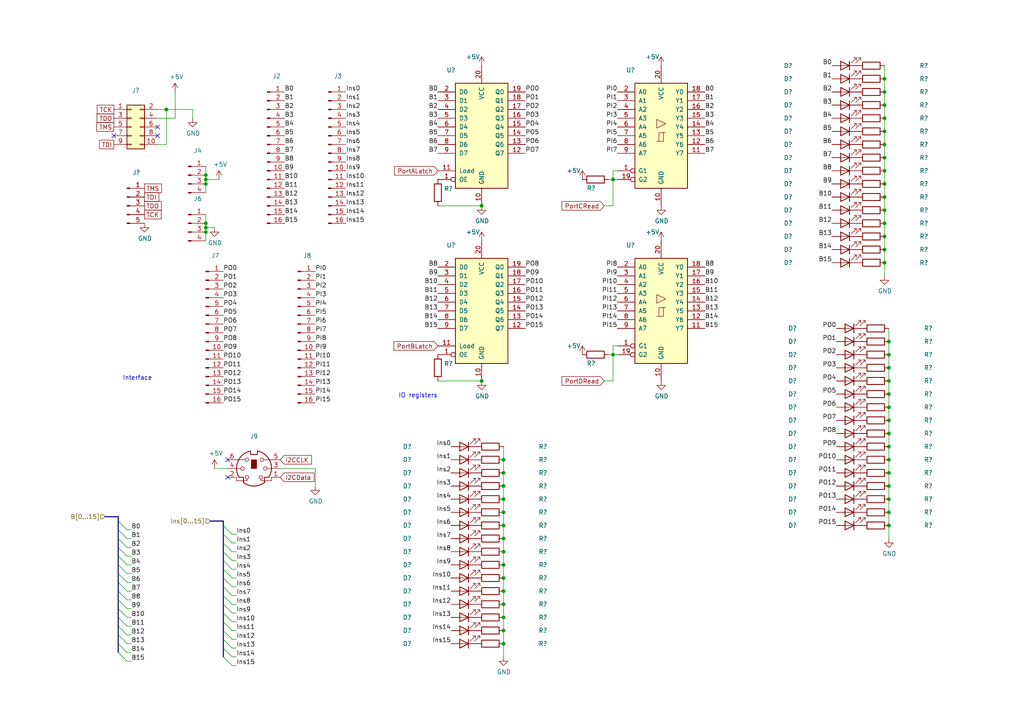
<source format=kicad_sch>
(kicad_sch (version 20211123) (generator eeschema)
  (paper "A4")
  (lib_symbols
    (symbol "74xx:74LS541" (pin_names (offset 1.016))
      (property "Reference" "U" (at -7.62 16.51 0))
      (property "Value" "74LS541" (at -7.62 -16.51 0))
      (symbol "74LS541_1_0"
        (pin input inverted (at -12.7 -10.16 0) (length 5.08) (name "G1") (number "1"))
        (pin power_in line (at 0 -20.32 90) (length 5.08) (name "GND") (number "10"))
        (pin tri_state line (at 12.7 -5.08 180) (length 5.08) (name "Y7") (number "11"))
        (pin tri_state line (at 12.7 -2.54 180) (length 5.08) (name "Y6") (number "12"))
        (pin tri_state line (at 12.7 0 180) (length 5.08) (name "Y5") (number "13"))
        (pin tri_state line (at 12.7 2.54 180) (length 5.08) (name "Y4") (number "14"))
        (pin tri_state line (at 12.7 5.08 180) (length 5.08) (name "Y3") (number "15"))
        (pin tri_state line (at 12.7 7.62 180) (length 5.08) (name "Y2") (number "16"))
        (pin tri_state line (at 12.7 10.16 180) (length 5.08) (name "Y1") (number "17"))
        (pin tri_state line (at 12.7 12.7 180) (length 5.08) (name "Y0") (number "18"))
        (pin input inverted (at -12.7 -12.7 0) (length 5.08) (name "G2") (number "19"))
        (pin input line (at -12.7 12.7 0) (length 5.08) (name "A0") (number "2"))
        (pin power_in line (at 0 20.32 270) (length 5.08) (name "VCC") (number "20"))
        (pin input line (at -12.7 10.16 0) (length 5.08) (name "A1") (number "3"))
        (pin input line (at -12.7 7.62 0) (length 5.08) (name "A2") (number "4"))
        (pin input line (at -12.7 5.08 0) (length 5.08) (name "A3") (number "5"))
        (pin input line (at -12.7 2.54 0) (length 5.08) (name "A4") (number "6"))
        (pin input line (at -12.7 0 0) (length 5.08) (name "A5") (number "7"))
        (pin input line (at -12.7 -2.54 0) (length 5.08) (name "A6") (number "8"))
        (pin input line (at -12.7 -5.08 0) (length 5.08) (name "A7") (number "9"))
      )
    )
    (symbol "Connector:Conn_01x04_Male" (pin_names (offset 1.016) hide)
      (property "Reference" "J" (at 0 5.08 0))
      (property "Value" "Conn_01x04_Male" (at 0 -7.62 0))
      (symbol "Conn_01x04_Male_1_1"
        (pin passive line (at 5.08 2.54 180) (length 3.81) (name "Pin_1") (number "1"))
        (pin passive line (at 5.08 0 180) (length 3.81) (name "Pin_2") (number "2"))
        (pin passive line (at 5.08 -2.54 180) (length 3.81) (name "Pin_3") (number "3"))
        (pin passive line (at 5.08 -5.08 180) (length 3.81) (name "Pin_4") (number "4"))
      )
    )
    (symbol "Connector:Conn_01x16_Male" (pin_names (offset 1.016) hide)
      (property "Reference" "J" (at 0 20.32 0))
      (property "Value" "Conn_01x16_Male" (at 0 -22.86 0))
      (symbol "Conn_01x16_Male_1_1"
        (pin passive line (at 5.08 17.78 180) (length 3.81) (name "Pin_1") (number "1"))
        (pin passive line (at 5.08 -5.08 180) (length 3.81) (name "Pin_10") (number "10"))
        (pin passive line (at 5.08 -7.62 180) (length 3.81) (name "Pin_11") (number "11"))
        (pin passive line (at 5.08 -10.16 180) (length 3.81) (name "Pin_12") (number "12"))
        (pin passive line (at 5.08 -12.7 180) (length 3.81) (name "Pin_13") (number "13"))
        (pin passive line (at 5.08 -15.24 180) (length 3.81) (name "Pin_14") (number "14"))
        (pin passive line (at 5.08 -17.78 180) (length 3.81) (name "Pin_15") (number "15"))
        (pin passive line (at 5.08 -20.32 180) (length 3.81) (name "Pin_16") (number "16"))
        (pin passive line (at 5.08 15.24 180) (length 3.81) (name "Pin_2") (number "2"))
        (pin passive line (at 5.08 12.7 180) (length 3.81) (name "Pin_3") (number "3"))
        (pin passive line (at 5.08 10.16 180) (length 3.81) (name "Pin_4") (number "4"))
        (pin passive line (at 5.08 7.62 180) (length 3.81) (name "Pin_5") (number "5"))
        (pin passive line (at 5.08 5.08 180) (length 3.81) (name "Pin_6") (number "6"))
        (pin passive line (at 5.08 2.54 180) (length 3.81) (name "Pin_7") (number "7"))
        (pin passive line (at 5.08 0 180) (length 3.81) (name "Pin_8") (number "8"))
        (pin passive line (at 5.08 -2.54 180) (length 3.81) (name "Pin_9") (number "9"))
      )
    )
    (symbol "Connector:Mini-DIN-6" (pin_names (offset 1.016))
      (property "Reference" "J" (at 0 6.35 0))
      (property "Value" "Mini-DIN-6" (at 0 -6.35 0))
      (symbol "Mini-DIN-6_1_1"
        (pin passive line (at 7.62 -2.54 180) (length 2.54) (name "~") (number "1"))
        (pin passive line (at -7.62 -2.54 0) (length 2.54) (name "~") (number "2"))
        (pin passive line (at 7.62 0 180) (length 2.54) (name "~") (number "3"))
        (pin passive line (at -7.62 0 0) (length 2.54) (name "~") (number "4"))
        (pin passive line (at 7.62 2.54 180) (length 2.54) (name "~") (number "5"))
        (pin passive line (at -7.62 2.54 0) (length 2.54) (name "~") (number "6"))
      )
    )
    (symbol "Device:LED" (pin_numbers hide) (pin_names (offset 1.016) hide)
      (property "Reference" "D" (at 0 2.54 0))
      (property "Value" "LED" (at 0 -2.54 0))
      (symbol "LED_1_1"
        (pin passive line (at -3.81 0 0) (length 2.54) (name "K") (number "1"))
        (pin passive line (at 3.81 0 180) (length 2.54) (name "A") (number "2"))
      )
    )
    (symbol "Device:R" (pin_numbers hide) (pin_names (offset 0))
      (property "Reference" "R" (at 2.032 0 90))
      (property "Value" "R" (at 0 0 90))
      (symbol "R_1_1"
        (pin passive line (at 0 3.81 270) (length 1.27) (name "~") (number "1"))
        (pin passive line (at 0 -3.81 90) (length 1.27) (name "~") (number "2"))
      )
    )
    (symbol "MAX7000CPU-Gen2_5-rescue:+5V-power-MAX7000CPU-Gen2-rescue" (power) (pin_names (offset 0))
      (property "Value" "+5V-power-MAX7000CPU-Gen2-rescue" (at 0 3.556 0))
      (symbol "+5V-power-MAX7000CPU-Gen2-rescue_1_1"
        (pin power_in line (at 0 0 90) (length 0) hide (name "+5V") (number "1"))
      )
    )
    (symbol "MAX7000CPU-Gen2_5-rescue:74LS573-74xx-MAX7000CPU-Gen2-rescue" (pin_names (offset 1.016))
      (property "Reference" "U" (at -7.62 16.51 0))
      (property "Value" "74LS573-74xx-MAX7000CPU-Gen2-rescue" (at -7.62 -16.51 0))
      (symbol "74LS573-74xx-MAX7000CPU-Gen2-rescue_1_0"
        (pin input inverted (at -12.7 -12.7 0) (length 5.08) (name "OE") (number "1"))
        (pin power_in line (at 0 -20.32 90) (length 5.08) (name "GND") (number "10"))
        (pin input line (at -12.7 -10.16 0) (length 5.08) (name "Load") (number "11"))
        (pin tri_state line (at 12.7 -5.08 180) (length 5.08) (name "Q7") (number "12"))
        (pin tri_state line (at 12.7 -2.54 180) (length 5.08) (name "Q6") (number "13"))
        (pin tri_state line (at 12.7 0 180) (length 5.08) (name "Q5") (number "14"))
        (pin tri_state line (at 12.7 2.54 180) (length 5.08) (name "Q4") (number "15"))
        (pin tri_state line (at 12.7 5.08 180) (length 5.08) (name "Q3") (number "16"))
        (pin tri_state line (at 12.7 7.62 180) (length 5.08) (name "Q2") (number "17"))
        (pin tri_state line (at 12.7 10.16 180) (length 5.08) (name "Q1") (number "18"))
        (pin tri_state line (at 12.7 12.7 180) (length 5.08) (name "Q0") (number "19"))
        (pin input line (at -12.7 12.7 0) (length 5.08) (name "D0") (number "2"))
        (pin power_in line (at 0 20.32 270) (length 5.08) (name "VCC") (number "20"))
        (pin input line (at -12.7 10.16 0) (length 5.08) (name "D1") (number "3"))
        (pin input line (at -12.7 7.62 0) (length 5.08) (name "D2") (number "4"))
        (pin input line (at -12.7 5.08 0) (length 5.08) (name "D3") (number "5"))
        (pin input line (at -12.7 2.54 0) (length 5.08) (name "D4") (number "6"))
        (pin input line (at -12.7 0 0) (length 5.08) (name "D5") (number "7"))
        (pin input line (at -12.7 -2.54 0) (length 5.08) (name "D6") (number "8"))
        (pin input line (at -12.7 -5.08 0) (length 5.08) (name "D7") (number "9"))
      )
    )
    (symbol "MAX7000CPU-Gen2_5-rescue:Conn_01x05_Male-Connector-MAX7000CPU-Gen2-rescue" (pin_names (offset 1.016) hide)
      (property "Reference" "J" (at 0 7.62 0))
      (property "Value" "Conn_01x05_Male-Connector-MAX7000CPU-Gen2-rescue" (at 0 -7.62 0))
      (symbol "Conn_01x05_Male-Connector-MAX7000CPU-Gen2-rescue_1_1"
        (pin passive line (at 5.08 5.08 180) (length 3.81) (name "Pin_1") (number "1"))
        (pin passive line (at 5.08 2.54 180) (length 3.81) (name "Pin_2") (number "2"))
        (pin passive line (at 5.08 0 180) (length 3.81) (name "Pin_3") (number "3"))
        (pin passive line (at 5.08 -2.54 180) (length 3.81) (name "Pin_4") (number "4"))
        (pin passive line (at 5.08 -5.08 180) (length 3.81) (name "Pin_5") (number "5"))
      )
    )
    (symbol "MAX7000CPU-Gen2_5-rescue:Conn_02x05_Odd_Even-Connector_Generic-MAX7000CPU-Gen2-rescue" (pin_names (offset 1.016) hide)
      (property "Reference" "J" (at 1.27 7.62 0))
      (property "Value" "Conn_02x05_Odd_Even-Connector_Generic-MAX7000CPU-Gen2-rescue" (at 1.27 -7.62 0))
      (symbol "Conn_02x05_Odd_Even-Connector_Generic-MAX7000CPU-Gen2-rescue_1_1"
        (pin passive line (at -5.08 5.08 0) (length 3.81) (name "Pin_1") (number "1"))
        (pin passive line (at 7.62 -5.08 180) (length 3.81) (name "Pin_10") (number "10"))
        (pin passive line (at 7.62 5.08 180) (length 3.81) (name "Pin_2") (number "2"))
        (pin passive line (at -5.08 2.54 0) (length 3.81) (name "Pin_3") (number "3"))
        (pin passive line (at 7.62 2.54 180) (length 3.81) (name "Pin_4") (number "4"))
        (pin passive line (at -5.08 0 0) (length 3.81) (name "Pin_5") (number "5"))
        (pin passive line (at 7.62 0 180) (length 3.81) (name "Pin_6") (number "6"))
        (pin passive line (at -5.08 -2.54 0) (length 3.81) (name "Pin_7") (number "7"))
        (pin passive line (at 7.62 -2.54 180) (length 3.81) (name "Pin_8") (number "8"))
        (pin passive line (at -5.08 -5.08 0) (length 3.81) (name "Pin_9") (number "9"))
      )
    )
    (symbol "MAX7000CPU-Gen2_5-rescue:GND-power-MAX7000CPU-Gen2-rescue" (power) (pin_names (offset 0))
      (property "Value" "GND-power-MAX7000CPU-Gen2-rescue" (at 0 -3.81 0))
      (symbol "GND-power-MAX7000CPU-Gen2-rescue_1_1"
        (pin power_in line (at 0 0 270) (length 0) hide (name "GND") (number "1"))
      )
    )
    (symbol "MAX7000CPU-Gen2_5-rescue:R-Device-MAX7000CPU-Gen2-rescue" (pin_numbers hide) (pin_names (offset 0))
      (property "Reference" "R" (at 2.032 0 90))
      (property "Value" "R-Device-MAX7000CPU-Gen2-rescue" (at 0 0 90))
      (symbol "R-Device-MAX7000CPU-Gen2-rescue_1_1"
        (pin passive line (at 0 3.81 270) (length 1.27) (name "~") (number "1"))
        (pin passive line (at 0 -3.81 90) (length 1.27) (name "~") (number "2"))
      )
    )
    (symbol "power:+5V" (power) (pin_names (offset 0))
      (property "Value" "+5V" (at 0 3.556 0))
      (symbol "+5V_1_1"
        (pin power_in line (at 0 0 90) (length 0) hide (name "+5V") (number "1"))
      )
    )
    (symbol "power:GND" (power) (pin_names (offset 0))
      (property "Value" "GND" (at 0 -3.81 0))
      (symbol "GND_1_1"
        (pin power_in line (at 0 0 270) (length 0) hide (name "GND") (number "1"))
      )
    )
  )
  (junction (at 257.81 140.97))
  (junction (at 257.81 148.59))
  (junction (at 257.81 106.68))
  (junction (at 256.54 22.86))
  (junction (at 256.54 57.15))
  (junction (at 256.54 26.67))
  (junction (at 146.05 175.26))
  (junction (at 146.05 186.69))
  (junction (at 146.05 140.97))
  (junction (at 256.54 64.77))
  (junction (at 177.8 102.87))
  (junction (at 146.05 148.59))
  (junction (at 59.69 66.04))
  (junction (at 257.81 137.16))
  (junction (at 257.81 102.87))
  (junction (at 256.54 53.34))
  (junction (at 257.81 114.3))
  (junction (at 146.05 171.45))
  (junction (at 146.05 163.83))
  (junction (at 257.81 144.78))
  (junction (at 256.54 76.2))
  (junction (at 139.7 59.69))
  (junction (at 256.54 45.72))
  (junction (at 146.05 167.64))
  (junction (at 256.54 30.48))
  (junction (at 256.54 34.29))
  (junction (at 146.05 156.21))
  (junction (at 146.05 152.4))
  (junction (at 146.05 137.16))
  (junction (at 257.81 129.54))
  (junction (at 146.05 179.07))
  (junction (at 256.54 68.58))
  (junction (at 256.54 72.39))
  (junction (at 139.7 110.49))
  (junction (at 146.05 160.02))
  (junction (at 59.69 64.77))
  (junction (at 256.54 41.91))
  (junction (at 59.69 53.34))
  (junction (at 146.05 144.78))
  (junction (at 256.54 38.1))
  (junction (at 257.81 152.4))
  (junction (at 177.8 52.07))
  (junction (at 59.69 52.07))
  (junction (at 257.81 133.35))
  (junction (at 257.81 121.92))
  (junction (at 146.05 182.88))
  (junction (at 257.81 110.49))
  (junction (at 256.54 49.53))
  (junction (at 59.69 50.8))
  (junction (at 257.81 99.06))
  (junction (at 48.26 31.75))
  (junction (at 256.54 60.96))
  (junction (at 59.69 67.31))
  (junction (at 257.81 118.11))
  (junction (at 257.81 125.73))
  (junction (at 146.05 133.35))
  (no_connect (at 45.72 39.37))
  (no_connect (at 66.04 133.35))
  (no_connect (at 66.04 138.43))
  (no_connect (at 45.72 36.83))
  (no_connect (at 33.02 39.37))
  (bus_entry (at 64.77 167.64) (size 2.54 2.54))
  (bus_entry (at 64.77 172.72) (size 2.54 2.54))
  (bus_entry (at 34.29 163.83) (size 2.54 2.54))
  (bus_entry (at 34.29 181.61) (size 2.54 2.54))
  (bus_entry (at 64.77 165.1) (size 2.54 2.54))
  (bus_entry (at 34.29 156.21) (size 2.54 2.54))
  (bus_entry (at 34.29 153.67) (size 2.54 2.54))
  (bus_entry (at 64.77 154.94) (size 2.54 2.54))
  (bus_entry (at 34.29 161.29) (size 2.54 2.54))
  (bus_entry (at 34.29 189.23) (size 2.54 2.54))
  (bus_entry (at 64.77 177.8) (size 2.54 2.54))
  (bus_entry (at 34.29 158.75) (size 2.54 2.54))
  (bus_entry (at 64.77 152.4) (size 2.54 2.54))
  (bus_entry (at 34.29 168.91) (size 2.54 2.54))
  (bus_entry (at 64.77 162.56) (size 2.54 2.54))
  (bus_entry (at 34.29 166.37) (size 2.54 2.54))
  (bus_entry (at 64.77 180.34) (size 2.54 2.54))
  (bus_entry (at 34.29 151.13) (size 2.54 2.54))
  (bus_entry (at 34.29 186.69) (size 2.54 2.54))
  (bus_entry (at 34.29 173.99) (size 2.54 2.54))
  (bus_entry (at 64.77 187.96) (size 2.54 2.54))
  (bus_entry (at 64.77 190.5) (size 2.54 2.54))
  (bus_entry (at 64.77 160.02) (size 2.54 2.54))
  (bus_entry (at 64.77 185.42) (size 2.54 2.54))
  (bus_entry (at 34.29 179.07) (size 2.54 2.54))
  (bus_entry (at 64.77 157.48) (size 2.54 2.54))
  (bus_entry (at 64.77 182.88) (size 2.54 2.54))
  (bus_entry (at 34.29 184.15) (size 2.54 2.54))
  (bus_entry (at 34.29 176.53) (size 2.54 2.54))
  (bus_entry (at 34.29 171.45) (size 2.54 2.54))
  (bus_entry (at 64.77 170.18) (size 2.54 2.54))
  (bus_entry (at 64.77 175.26) (size 2.54 2.54))
  (wire (pts (xy 177.8 110.49) (xy 175.26 110.49)))
  (wire (pts (xy 67.31 162.56) (xy 68.58 162.56)))
  (wire (pts (xy 66.04 135.89) (xy 62.23 135.89)))
  (wire (pts (xy 179.07 102.87) (xy 177.8 102.87)))
  (wire (pts (xy 177.8 49.53) (xy 179.07 49.53)))
  (wire (pts (xy 36.83 153.67) (xy 38.1 153.67)))
  (bus (pts (xy 34.29 156.21) (xy 34.29 158.75)))
  (wire (pts (xy 59.69 67.31) (xy 59.69 69.85)))
  (wire (pts (xy 139.7 110.49) (xy 127 110.49)))
  (wire (pts (xy 146.05 129.54) (xy 146.05 133.35)))
  (bus (pts (xy 34.29 153.67) (xy 34.29 156.21)))
  (wire (pts (xy 146.05 160.02) (xy 146.05 163.83)))
  (wire (pts (xy 177.8 52.07) (xy 177.8 49.53)))
  (bus (pts (xy 34.29 161.29) (xy 34.29 163.83)))
  (wire (pts (xy 59.69 64.77) (xy 59.69 66.04)))
  (wire (pts (xy 177.8 102.87) (xy 177.8 110.49)))
  (wire (pts (xy 256.54 19.05) (xy 256.54 22.86)))
  (wire (pts (xy 256.54 72.39) (xy 256.54 76.2)))
  (wire (pts (xy 36.83 181.61) (xy 38.1 181.61)))
  (bus (pts (xy 64.77 157.48) (xy 64.77 160.02)))
  (wire (pts (xy 81.28 135.89) (xy 91.44 135.89)))
  (wire (pts (xy 36.83 171.45) (xy 38.1 171.45)))
  (wire (pts (xy 146.05 137.16) (xy 146.05 140.97)))
  (wire (pts (xy 67.31 180.34) (xy 68.58 180.34)))
  (wire (pts (xy 50.8 34.29) (xy 50.8 26.67)))
  (wire (pts (xy 59.69 50.8) (xy 59.69 48.26)))
  (bus (pts (xy 34.29 184.15) (xy 34.29 186.69)))
  (wire (pts (xy 67.31 172.72) (xy 68.58 172.72)))
  (bus (pts (xy 64.77 165.1) (xy 64.77 167.64)))
  (wire (pts (xy 256.54 53.34) (xy 256.54 57.15)))
  (bus (pts (xy 64.77 167.64) (xy 64.77 170.18)))
  (bus (pts (xy 64.77 151.13) (xy 64.77 152.4)))
  (bus (pts (xy 64.77 172.72) (xy 64.77 175.26)))
  (wire (pts (xy 55.88 31.75) (xy 55.88 34.29)))
  (wire (pts (xy 257.81 99.06) (xy 257.81 102.87)))
  (wire (pts (xy 59.69 55.88) (xy 59.69 53.34)))
  (wire (pts (xy 91.44 135.89) (xy 91.44 140.97)))
  (bus (pts (xy 64.77 170.18) (xy 64.77 172.72)))
  (bus (pts (xy 30.48 149.86) (xy 34.29 149.86)))
  (bus (pts (xy 34.29 149.86) (xy 34.29 151.13)))
  (wire (pts (xy 67.31 177.8) (xy 68.58 177.8)))
  (wire (pts (xy 36.83 156.21) (xy 38.1 156.21)))
  (bus (pts (xy 64.77 154.94) (xy 64.77 157.48)))
  (bus (pts (xy 34.29 163.83) (xy 34.29 166.37)))
  (wire (pts (xy 59.69 52.07) (xy 63.5 52.07)))
  (wire (pts (xy 146.05 133.35) (xy 146.05 137.16)))
  (wire (pts (xy 67.31 160.02) (xy 68.58 160.02)))
  (wire (pts (xy 36.83 168.91) (xy 38.1 168.91)))
  (wire (pts (xy 59.69 62.23) (xy 59.69 64.77)))
  (wire (pts (xy 146.05 171.45) (xy 146.05 175.26)))
  (bus (pts (xy 34.29 176.53) (xy 34.29 179.07)))
  (wire (pts (xy 146.05 152.4) (xy 146.05 156.21)))
  (bus (pts (xy 64.77 185.42) (xy 64.77 187.96)))
  (wire (pts (xy 256.54 34.29) (xy 256.54 38.1)))
  (wire (pts (xy 256.54 57.15) (xy 256.54 60.96)))
  (bus (pts (xy 60.96 151.13) (xy 64.77 151.13)))
  (bus (pts (xy 64.77 175.26) (xy 64.77 177.8)))
  (wire (pts (xy 67.31 175.26) (xy 68.58 175.26)))
  (wire (pts (xy 146.05 179.07) (xy 146.05 182.88)))
  (wire (pts (xy 48.26 31.75) (xy 55.88 31.75)))
  (wire (pts (xy 256.54 49.53) (xy 256.54 53.34)))
  (wire (pts (xy 36.83 161.29) (xy 38.1 161.29)))
  (wire (pts (xy 59.69 52.07) (xy 59.69 50.8)))
  (wire (pts (xy 257.81 95.25) (xy 257.81 99.06)))
  (bus (pts (xy 34.29 179.07) (xy 34.29 181.61)))
  (wire (pts (xy 256.54 60.96) (xy 256.54 64.77)))
  (wire (pts (xy 36.83 163.83) (xy 38.1 163.83)))
  (wire (pts (xy 146.05 144.78) (xy 146.05 148.59)))
  (wire (pts (xy 177.8 102.87) (xy 177.8 100.33)))
  (wire (pts (xy 256.54 38.1) (xy 256.54 41.91)))
  (wire (pts (xy 36.83 184.15) (xy 38.1 184.15)))
  (wire (pts (xy 257.81 125.73) (xy 257.81 129.54)))
  (wire (pts (xy 36.83 166.37) (xy 38.1 166.37)))
  (wire (pts (xy 146.05 140.97) (xy 146.05 144.78)))
  (wire (pts (xy 256.54 68.58) (xy 256.54 72.39)))
  (bus (pts (xy 64.77 162.56) (xy 64.77 165.1)))
  (wire (pts (xy 257.81 144.78) (xy 257.81 148.59)))
  (wire (pts (xy 257.81 106.68) (xy 257.81 110.49)))
  (bus (pts (xy 64.77 180.34) (xy 64.77 182.88)))
  (wire (pts (xy 257.81 129.54) (xy 257.81 133.35)))
  (wire (pts (xy 256.54 64.77) (xy 256.54 68.58)))
  (bus (pts (xy 34.29 168.91) (xy 34.29 171.45)))
  (wire (pts (xy 45.72 41.91) (xy 48.26 41.91)))
  (wire (pts (xy 256.54 76.2) (xy 256.54 80.01)))
  (wire (pts (xy 67.31 185.42) (xy 68.58 185.42)))
  (wire (pts (xy 257.81 140.97) (xy 257.81 144.78)))
  (bus (pts (xy 64.77 160.02) (xy 64.77 162.56)))
  (wire (pts (xy 36.83 179.07) (xy 38.1 179.07)))
  (wire (pts (xy 179.07 52.07) (xy 177.8 52.07)))
  (bus (pts (xy 34.29 151.13) (xy 34.29 153.67)))
  (bus (pts (xy 64.77 187.96) (xy 64.77 190.5)))
  (wire (pts (xy 257.81 121.92) (xy 257.81 125.73)))
  (wire (pts (xy 36.83 158.75) (xy 38.1 158.75)))
  (wire (pts (xy 146.05 186.69) (xy 146.05 190.5)))
  (wire (pts (xy 67.31 193.04) (xy 68.58 193.04)))
  (bus (pts (xy 34.29 173.99) (xy 34.29 176.53)))
  (wire (pts (xy 177.8 52.07) (xy 177.8 59.69)))
  (wire (pts (xy 67.31 165.1) (xy 68.58 165.1)))
  (wire (pts (xy 45.72 31.75) (xy 48.26 31.75)))
  (wire (pts (xy 36.83 189.23) (xy 38.1 189.23)))
  (wire (pts (xy 146.05 167.64) (xy 146.05 171.45)))
  (wire (pts (xy 256.54 45.72) (xy 256.54 49.53)))
  (wire (pts (xy 256.54 26.67) (xy 256.54 30.48)))
  (wire (pts (xy 36.83 191.77) (xy 38.1 191.77)))
  (wire (pts (xy 257.81 114.3) (xy 257.81 118.11)))
  (bus (pts (xy 34.29 186.69) (xy 34.29 189.23)))
  (wire (pts (xy 36.83 186.69) (xy 38.1 186.69)))
  (wire (pts (xy 146.05 175.26) (xy 146.05 179.07)))
  (wire (pts (xy 59.69 66.04) (xy 59.69 67.31)))
  (wire (pts (xy 177.8 100.33) (xy 179.07 100.33)))
  (bus (pts (xy 34.29 158.75) (xy 34.29 161.29)))
  (wire (pts (xy 36.83 173.99) (xy 38.1 173.99)))
  (wire (pts (xy 177.8 59.69) (xy 175.26 59.69)))
  (wire (pts (xy 257.81 148.59) (xy 257.81 152.4)))
  (wire (pts (xy 45.72 34.29) (xy 50.8 34.29)))
  (bus (pts (xy 34.29 181.61) (xy 34.29 184.15)))
  (wire (pts (xy 177.8 102.87) (xy 176.53 102.87)))
  (wire (pts (xy 67.31 170.18) (xy 68.58 170.18)))
  (wire (pts (xy 257.81 102.87) (xy 257.81 106.68)))
  (wire (pts (xy 256.54 22.86) (xy 256.54 26.67)))
  (wire (pts (xy 48.26 41.91) (xy 48.26 31.75)))
  (wire (pts (xy 67.31 167.64) (xy 68.58 167.64)))
  (bus (pts (xy 34.29 171.45) (xy 34.29 173.99)))
  (wire (pts (xy 67.31 182.88) (xy 68.58 182.88)))
  (wire (pts (xy 139.7 59.69) (xy 127 59.69)))
  (wire (pts (xy 67.31 187.96) (xy 68.58 187.96)))
  (wire (pts (xy 146.05 163.83) (xy 146.05 167.64)))
  (wire (pts (xy 256.54 30.48) (xy 256.54 34.29)))
  (bus (pts (xy 64.77 182.88) (xy 64.77 185.42)))
  (wire (pts (xy 36.83 176.53) (xy 38.1 176.53)))
  (wire (pts (xy 257.81 110.49) (xy 257.81 114.3)))
  (bus (pts (xy 64.77 177.8) (xy 64.77 180.34)))
  (wire (pts (xy 146.05 182.88) (xy 146.05 186.69)))
  (wire (pts (xy 67.31 154.94) (xy 68.58 154.94)))
  (wire (pts (xy 257.81 152.4) (xy 257.81 156.21)))
  (wire (pts (xy 146.05 156.21) (xy 146.05 160.02)))
  (wire (pts (xy 257.81 118.11) (xy 257.81 121.92)))
  (wire (pts (xy 67.31 157.48) (xy 68.58 157.48)))
  (bus (pts (xy 34.29 166.37) (xy 34.29 168.91)))
  (wire (pts (xy 146.05 148.59) (xy 146.05 152.4)))
  (wire (pts (xy 257.81 137.16) (xy 257.81 140.97)))
  (bus (pts (xy 64.77 152.4) (xy 64.77 154.94)))
  (wire (pts (xy 177.8 52.07) (xy 176.53 52.07)))
  (wire (pts (xy 59.69 53.34) (xy 59.69 52.07)))
  (wire (pts (xy 257.81 133.35) (xy 257.81 137.16)))
  (wire (pts (xy 59.69 66.04) (xy 62.23 66.04)))
  (wire (pts (xy 67.31 190.5) (xy 68.58 190.5)))
  (wire (pts (xy 256.54 41.91) (xy 256.54 45.72)))
  (text "Interface" (at 35.56 110.49 0) (effects (font (size 1.27 1.27)) (justify left bottom)))
  (text "IO registers\n" (at 115.57 115.57 0) (effects (font (size 1.27 1.27)) (justify left bottom)))
  (label "B4" (at 204.47 36.83 0))
  (label "B15" (at 127 95.25 180))
  (label "PO13" (at 152.4 90.17 0))
  (label "PI1" (at 91.44 81.28 0))
  (label "B7" (at 204.47 44.45 0))
  (label "PO9" (at 152.4 80.01 0))
  (label "B1" (at 127 29.21 180))
  (label "B15" (at 38.1 191.77 0))
  (label "PI8" (at 91.44 99.06 0))
  (label "PI4" (at 91.44 88.9 0))
  (label "PO13" (at 242.57 144.78 180))
  (label "B10" (at 82.55 52.07 0))
  (label "Ins15" (at 68.58 193.04 0))
  (label "B4" (at 82.55 36.83 0))
  (label "B0" (at 82.55 26.67 0))
  (label "B2" (at 241.3 26.67 180))
  (label "PI15" (at 179.07 95.25 180))
  (label "B8" (at 241.3 49.53 180))
  (label "Ins10" (at 100.33 52.07 0))
  (label "B14" (at 241.3 72.39 180))
  (label "B13" (at 127 90.17 180))
  (label "Ins15" (at 100.33 64.77 0))
  (label "Ins3" (at 68.58 162.56 0))
  (label "Ins6" (at 130.81 152.4 180))
  (label "PO11" (at 152.4 85.09 0))
  (label "B2" (at 127 31.75 180))
  (label "B7" (at 38.1 171.45 0))
  (label "B1" (at 38.1 156.21 0))
  (label "PI10" (at 91.44 104.14 0))
  (label "B3" (at 82.55 34.29 0))
  (label "B12" (at 38.1 184.15 0))
  (label "Ins2" (at 68.58 160.02 0))
  (label "Ins3" (at 100.33 34.29 0))
  (label "PO2" (at 242.57 102.87 180))
  (label "PO9" (at 64.77 101.6 0))
  (label "B5" (at 241.3 38.1 180))
  (label "Ins11" (at 130.81 171.45 180))
  (label "Ins6" (at 68.58 170.18 0))
  (label "B12" (at 127 87.63 180))
  (label "Ins6" (at 100.33 41.91 0))
  (label "B11" (at 127 85.09 180))
  (label "Ins4" (at 100.33 36.83 0))
  (label "B14" (at 38.1 189.23 0))
  (label "PO4" (at 64.77 88.9 0))
  (label "PO10" (at 242.57 133.35 180))
  (label "B0" (at 38.1 153.67 0))
  (label "PO1" (at 242.57 99.06 180))
  (label "B2" (at 82.55 31.75 0))
  (label "B14" (at 82.55 62.23 0))
  (label "Ins12" (at 68.58 185.42 0))
  (label "PI6" (at 179.07 41.91 180))
  (label "PI13" (at 179.07 90.17 180))
  (label "B1" (at 204.47 29.21 0))
  (label "Ins11" (at 100.33 54.61 0))
  (label "PO12" (at 64.77 109.22 0))
  (label "PI5" (at 179.07 39.37 180))
  (label "PI8" (at 179.07 77.47 180))
  (label "B5" (at 127 39.37 180))
  (label "B6" (at 38.1 168.91 0))
  (label "PI14" (at 179.07 92.71 180))
  (label "B6" (at 127 41.91 180))
  (label "B3" (at 127 34.29 180))
  (label "PI4" (at 179.07 36.83 180))
  (label "B8" (at 82.55 46.99 0))
  (label "PO3" (at 64.77 86.36 0))
  (label "PI2" (at 91.44 83.82 0))
  (label "B11" (at 82.55 54.61 0))
  (label "B14" (at 204.47 92.71 0))
  (label "PO2" (at 64.77 83.82 0))
  (label "B10" (at 127 82.55 180))
  (label "PO10" (at 64.77 104.14 0))
  (label "B5" (at 82.55 39.37 0))
  (label "B8" (at 127 77.47 180))
  (label "B13" (at 38.1 186.69 0))
  (label "B9" (at 204.47 80.01 0))
  (label "PI0" (at 91.44 78.74 0))
  (label "PO5" (at 152.4 39.37 0))
  (label "Ins5" (at 68.58 167.64 0))
  (label "PO11" (at 64.77 106.68 0))
  (label "B15" (at 241.3 76.2 180))
  (label "B11" (at 204.47 85.09 0))
  (label "PO6" (at 152.4 41.91 0))
  (label "PI3" (at 179.07 34.29 180))
  (label "Ins9" (at 100.33 49.53 0))
  (label "Ins2" (at 100.33 31.75 0))
  (label "B10" (at 241.3 57.15 180))
  (label "PO4" (at 242.57 110.49 180))
  (label "B13" (at 82.55 59.69 0))
  (label "Ins15" (at 130.81 186.69 180))
  (label "B3" (at 204.47 34.29 0))
  (label "B0" (at 241.3 19.05 180))
  (label "PO15" (at 152.4 95.25 0))
  (label "Ins13" (at 68.58 187.96 0))
  (label "B12" (at 241.3 64.77 180))
  (label "PO4" (at 152.4 36.83 0))
  (label "PO15" (at 64.77 116.84 0))
  (label "PI0" (at 179.07 26.67 180))
  (label "B2" (at 204.47 31.75 0))
  (label "Ins1" (at 68.58 157.48 0))
  (label "PO1" (at 64.77 81.28 0))
  (label "Ins1" (at 100.33 29.21 0))
  (label "Ins1" (at 130.81 133.35 180))
  (label "Ins8" (at 130.81 160.02 180))
  (label "Ins14" (at 100.33 62.23 0))
  (label "B4" (at 127 36.83 180))
  (label "B9" (at 241.3 53.34 180))
  (label "B11" (at 38.1 181.61 0))
  (label "PO7" (at 152.4 44.45 0))
  (label "PI1" (at 179.07 29.21 180))
  (label "Ins4" (at 68.58 165.1 0))
  (label "Ins8" (at 68.58 175.26 0))
  (label "PO14" (at 242.57 148.59 180))
  (label "B13" (at 241.3 68.58 180))
  (label "PO12" (at 242.57 140.97 180))
  (label "PO14" (at 64.77 114.3 0))
  (label "Ins13" (at 100.33 59.69 0))
  (label "Ins10" (at 68.58 180.34 0))
  (label "Ins9" (at 130.81 163.83 180))
  (label "B10" (at 38.1 179.07 0))
  (label "PO14" (at 152.4 92.71 0))
  (label "B1" (at 241.3 22.86 180))
  (label "PI3" (at 91.44 86.36 0))
  (label "PO0" (at 152.4 26.67 0))
  (label "B15" (at 82.55 64.77 0))
  (label "PI9" (at 91.44 101.6 0))
  (label "PI15" (at 91.44 116.84 0))
  (label "B8" (at 204.47 77.47 0))
  (label "PO5" (at 64.77 91.44 0))
  (label "PO0" (at 64.77 78.74 0))
  (label "Ins7" (at 68.58 172.72 0))
  (label "PO15" (at 242.57 152.4 180))
  (label "Ins4" (at 130.81 144.78 180))
  (label "Ins9" (at 68.58 177.8 0))
  (label "PO7" (at 242.57 121.92 180))
  (label "PI10" (at 179.07 82.55 180))
  (label "B1" (at 82.55 29.21 0))
  (label "Ins0" (at 130.81 129.54 180))
  (label "PO13" (at 64.77 111.76 0))
  (label "PI7" (at 179.07 44.45 180))
  (label "Ins7" (at 130.81 156.21 180))
  (label "PO6" (at 242.57 118.11 180))
  (label "B4" (at 38.1 163.83 0))
  (label "B7" (at 241.3 45.72 180))
  (label "B15" (at 204.47 95.25 0))
  (label "B8" (at 38.1 173.99 0))
  (label "Ins5" (at 100.33 39.37 0))
  (label "PO6" (at 64.77 93.98 0))
  (label "Ins12" (at 100.33 57.15 0))
  (label "PI9" (at 179.07 80.01 180))
  (label "PO5" (at 242.57 114.3 180))
  (label "PI7" (at 91.44 96.52 0))
  (label "PI11" (at 91.44 106.68 0))
  (label "B0" (at 127 26.67 180))
  (label "Ins11" (at 68.58 182.88 0))
  (label "Ins13" (at 130.81 179.07 180))
  (label "PO10" (at 152.4 82.55 0))
  (label "B3" (at 241.3 30.48 180))
  (label "B6" (at 204.47 41.91 0))
  (label "B14" (at 127 92.71 180))
  (label "PO3" (at 242.57 106.68 180))
  (label "PO11" (at 242.57 137.16 180))
  (label "B9" (at 82.55 49.53 0))
  (label "PO8" (at 64.77 99.06 0))
  (label "B0" (at 204.47 26.67 0))
  (label "PO1" (at 152.4 29.21 0))
  (label "Ins14" (at 68.58 190.5 0))
  (label "PI2" (at 179.07 31.75 180))
  (label "PO2" (at 152.4 31.75 0))
  (label "Ins8" (at 100.33 46.99 0))
  (label "Ins14" (at 130.81 182.88 180))
  (label "B6" (at 82.55 41.91 0))
  (label "B12" (at 204.47 87.63 0))
  (label "B5" (at 38.1 166.37 0))
  (label "PO12" (at 152.4 87.63 0))
  (label "PI14" (at 91.44 114.3 0))
  (label "B2" (at 38.1 158.75 0))
  (label "B6" (at 241.3 41.91 180))
  (label "PI12" (at 91.44 109.22 0))
  (label "PO3" (at 152.4 34.29 0))
  (label "PO8" (at 242.57 125.73 180))
  (label "Ins5" (at 130.81 148.59 180))
  (label "Ins3" (at 130.81 140.97 180))
  (label "PI6" (at 91.44 93.98 0))
  (label "B9" (at 38.1 176.53 0))
  (label "Ins12" (at 130.81 175.26 180))
  (label "B12" (at 82.55 57.15 0))
  (label "B9" (at 127 80.01 180))
  (label "PI5" (at 91.44 91.44 0))
  (label "PO7" (at 64.77 96.52 0))
  (label "Ins0" (at 68.58 154.94 0))
  (label "B3" (at 38.1 161.29 0))
  (label "Ins0" (at 100.33 26.67 0))
  (label "B7" (at 82.55 44.45 0))
  (label "B7" (at 127 44.45 180))
  (label "B11" (at 241.3 60.96 180))
  (label "PI12" (at 179.07 87.63 180))
  (label "B5" (at 204.47 39.37 0))
  (label "PI11" (at 179.07 85.09 180))
  (label "B10" (at 204.47 82.55 0))
  (label "PI13" (at 91.44 111.76 0))
  (label "Ins7" (at 100.33 44.45 0))
  (label "Ins2" (at 130.81 137.16 180))
  (label "PO9" (at 242.57 129.54 180))
  (label "B4" (at 241.3 34.29 180))
  (label "Ins10" (at 130.81 167.64 180))
  (label "PO0" (at 242.57 95.25 180))
  (label "PO8" (at 152.4 77.47 0))
  (label "B13" (at 204.47 90.17 0))
  (global_label "TCK" (shape passive) (at 41.91 62.23 0) (property "Intersheet References" "${INTERSHEET_REFS}" (effects hide)))
  (global_label "TMS" (shape passive) (at 33.02 36.83 180) (property "Intersheet References" "${INTERSHEET_REFS}" (effects hide)))
  (global_label "TDO" (shape passive) (at 33.02 34.29 180) (property "Intersheet References" "${INTERSHEET_REFS}" (effects hide)))
  (global_label "TCK" (shape passive) (at 33.02 31.75 180) (property "Intersheet References" "${INTERSHEET_REFS}" (effects hide)))
  (global_label "TDI" (shape passive) (at 33.02 41.91 180) (property "Intersheet References" "${INTERSHEET_REFS}" (effects hide)))
  (global_label "PortALatch" (shape input) (at 127 49.53 180) (property "Intersheet References" "${INTERSHEET_REFS}" (effects hide)))
  (global_label "TMS" (shape passive) (at 41.91 54.61 0) (property "Intersheet References" "${INTERSHEET_REFS}" (effects hide)))
  (global_label "PortCRead" (shape input) (at 175.26 59.69 180) (property "Intersheet References" "${INTERSHEET_REFS}" (effects hide)))
  (global_label "PortBLatch" (shape input) (at 127 100.33 180) (property "Intersheet References" "${INTERSHEET_REFS}" (effects hide)))
  (global_label "PortDRead" (shape input) (at 175.26 110.49 180) (property "Intersheet References" "${INTERSHEET_REFS}" (effects hide)))
  (global_label "TDI" (shape passive) (at 41.91 57.15 0) (property "Intersheet References" "${INTERSHEET_REFS}" (effects hide)))
  (global_label "I2CData" (shape input) (at 81.28 138.43 0) (property "Intersheet References" "${INTERSHEET_REFS}" (effects hide)))
  (global_label "I2CCLK" (shape input) (at 81.28 133.35 0) (property "Intersheet References" "${INTERSHEET_REFS}" (effects hide)))
  (global_label "TDO" (shape passive) (at 41.91 59.69 0) (property "Intersheet References" "${INTERSHEET_REFS}" (effects hide)))
  (hierarchical_label "Ins[0...15]" (shape input) (at 60.96 151.13 180))
  (hierarchical_label "B[0...15]" (shape input) (at 30.48 149.86 180))
  (symbol (lib_id "74xx:74LS541") (at 191.77 39.37 0) (unit 1)
    (property "Reference" "U?" (at 182.88 20.32 0))
    (property "Datasheet" "http://www.ti.com/lit/gpn/sn74LS541" (effects hide))
  )
  (symbol (lib_id "74xx:74LS541") (at 191.77 90.17 0) (unit 1)
    (property "Reference" "U?" (at 182.88 71.12 0))
    (property "Datasheet" "http://www.ti.com/lit/gpn/sn74LS541" (effects hide))
  )
  (symbol (lib_id "MAX7000CPU-Gen2_5-rescue:Conn_01x05_Male-Connector-MAX7000CPU-Gen2-rescue") (at 36.83 59.69 0) (unit 1)
    (property "Reference" "J?" (at 39.5732 50.0126 0))
  )
  (symbol (lib_id "MAX7000CPU-Gen2_5-rescue:GND-power-MAX7000CPU-Gen2-rescue") (at 41.91 64.77 0) (unit 1)
    (property "Reference" "#PWR?" (effects hide))
  )
  (symbol (lib_id "Connector:Conn_01x04_Male") (at 54.61 50.8 0) (unit 1)
    (property "Reference" "J4" (at 57.3532 43.6626 0))
  )
  (symbol (lib_id "Connector:Conn_01x04_Male") (at 54.61 64.77 0) (unit 1)
    (property "Reference" "J6" (at 57.3532 57.6326 0))
  )
  (symbol (lib_id "MAX7000CPU-Gen2_5-rescue:+5V-power-MAX7000CPU-Gen2-rescue") (at 63.5 52.07 0) (unit 1)
    (property "Reference" "#PWR?" (effects hide))
  )
  (symbol (lib_id "MAX7000CPU-Gen2_5-rescue:GND-power-MAX7000CPU-Gen2-rescue") (at 62.23 66.04 0) (unit 1)
    (property "Reference" "#PWR?" (effects hide))
  )
  (symbol (lib_id "Connector:Conn_01x16_Male") (at 77.47 44.45 0) (unit 1)
    (property "Reference" "J2" (at 80.2132 22.0726 0))
  )
  (symbol (lib_id "Connector:Conn_01x16_Male") (at 95.25 44.45 0) (unit 1)
    (property "Reference" "J3" (at 97.9932 22.0726 0))
  )
  (symbol (lib_id "Connector:Conn_01x16_Male") (at 59.69 96.52 0) (unit 1)
    (property "Reference" "J7" (at 62.4332 74.1426 0))
  )
  (symbol (lib_id "Connector:Conn_01x16_Male") (at 86.36 96.52 0) (unit 1)
    (property "Reference" "J8" (at 89.1032 74.1426 0))
  )
  (symbol (lib_id "Connector:Mini-DIN-6") (at 73.66 135.89 0) (unit 1)
    (property "Reference" "J9" (at 73.66 126.5682 0))
    (property "Datasheet" "http://service.powerdynamics.com/ec/Catalog17/Section%2011.pdf" (effects hide))
  )
  (symbol (lib_id "power:+5V") (at 62.23 135.89 0) (unit 1)
    (property "Reference" "#PWR066" (effects hide))
  )
  (symbol (lib_id "power:GND") (at 91.44 140.97 0) (unit 1)
    (property "Reference" "#PWR067" (effects hide))
  )
  (symbol (lib_id "MAX7000CPU-Gen2_5-rescue:+5V-power-MAX7000CPU-Gen2-rescue") (at 139.7 19.05 0) (unit 1)
    (property "Reference" "#PWR?" (effects hide))
  )
  (symbol (lib_id "MAX7000CPU-Gen2_5-rescue:GND-power-MAX7000CPU-Gen2-rescue") (at 139.7 59.69 0) (unit 1)
    (property "Reference" "#PWR?" (effects hide))
  )
  (symbol (lib_id "MAX7000CPU-Gen2_5-rescue:74LS573-74xx-MAX7000CPU-Gen2-rescue") (at 139.7 39.37 0) (unit 1)
    (property "Reference" "U?" (at 130.81 20.32 0))
    (property "Datasheet" "74xx/74hc573.pdf" (effects hide))
  )
  (symbol (lib_id "MAX7000CPU-Gen2_5-rescue:R-Device-MAX7000CPU-Gen2-rescue") (at 127 55.88 0) (unit 1)
    (property "Reference" "R?" (at 128.778 54.7116 0) (effects (justify left)))
  )
  (symbol (lib_id "MAX7000CPU-Gen2_5-rescue:+5V-power-MAX7000CPU-Gen2-rescue") (at 139.7 69.85 0) (unit 1)
    (property "Reference" "#PWR?" (effects hide))
  )
  (symbol (lib_id "MAX7000CPU-Gen2_5-rescue:GND-power-MAX7000CPU-Gen2-rescue") (at 139.7 110.49 0) (unit 1)
    (property "Reference" "#PWR?" (effects hide))
  )
  (symbol (lib_id "MAX7000CPU-Gen2_5-rescue:74LS573-74xx-MAX7000CPU-Gen2-rescue") (at 139.7 90.17 0) (unit 1)
    (property "Reference" "U?" (at 130.81 71.12 0))
    (property "Datasheet" "74xx/74hc573.pdf" (effects hide))
  )
  (symbol (lib_id "MAX7000CPU-Gen2_5-rescue:R-Device-MAX7000CPU-Gen2-rescue") (at 127 106.68 0) (unit 1)
    (property "Reference" "R?" (at 128.778 105.5116 0) (effects (justify left)))
  )
  (symbol (lib_id "MAX7000CPU-Gen2_5-rescue:+5V-power-MAX7000CPU-Gen2-rescue") (at 191.77 19.05 0) (unit 1)
    (property "Reference" "#PWR?" (effects hide))
  )
  (symbol (lib_id "MAX7000CPU-Gen2_5-rescue:GND-power-MAX7000CPU-Gen2-rescue") (at 191.77 59.69 0) (unit 1)
    (property "Reference" "#PWR?" (effects hide))
  )
  (symbol (lib_id "MAX7000CPU-Gen2_5-rescue:+5V-power-MAX7000CPU-Gen2-rescue") (at 191.77 69.85 0) (unit 1)
    (property "Reference" "#PWR?" (effects hide))
  )
  (symbol (lib_id "MAX7000CPU-Gen2_5-rescue:GND-power-MAX7000CPU-Gen2-rescue") (at 191.77 110.49 0) (unit 1)
    (property "Reference" "#PWR?" (effects hide))
  )
  (symbol (lib_id "MAX7000CPU-Gen2_5-rescue:R-Device-MAX7000CPU-Gen2-rescue") (at 172.72 102.87 270) (unit 1)
    (property "Reference" "R?" (at 170.18 105.41 90) (effects (justify left)))
  )
  (symbol (lib_id "MAX7000CPU-Gen2_5-rescue:+5V-power-MAX7000CPU-Gen2-rescue") (at 168.91 102.87 0) (unit 1)
    (property "Reference" "#PWR?" (effects hide))
  )
  (symbol (lib_id "MAX7000CPU-Gen2_5-rescue:R-Device-MAX7000CPU-Gen2-rescue") (at 172.72 52.07 270) (unit 1)
    (property "Reference" "R?" (at 170.18 54.61 90) (effects (justify left)))
  )
  (symbol (lib_id "MAX7000CPU-Gen2_5-rescue:+5V-power-MAX7000CPU-Gen2-rescue") (at 168.91 52.07 0) (unit 1)
    (property "Reference" "#PWR?" (effects hide))
  )
  (symbol (lib_id "MAX7000CPU-Gen2_5-rescue:Conn_02x05_Odd_Even-Connector_Generic-MAX7000CPU-Gen2-rescue") (at 38.1 36.83 0) (unit 1)
    (property "Reference" "J?" (at 39.37 26.2382 0))
  )
  (symbol (lib_id "MAX7000CPU-Gen2_5-rescue:GND-power-MAX7000CPU-Gen2-rescue") (at 55.88 34.29 0) (unit 1)
    (property "Reference" "#PWR?" (effects hide))
  )
  (symbol (lib_id "MAX7000CPU-Gen2_5-rescue:+5V-power-MAX7000CPU-Gen2-rescue") (at 50.8 26.67 0) (unit 1)
    (property "Reference" "#PWR?" (effects hide))
  )
  (symbol (lib_id "Device:LED") (at 246.38 95.25 180) (unit 1)
    (property "Reference" "D?" (at 229.87 95.25 0))
  )
  (symbol (lib_id "Device:LED") (at 246.38 99.06 180) (unit 1)
    (property "Reference" "D?" (at 229.87 99.06 0))
  )
  (symbol (lib_id "Device:LED") (at 246.38 102.87 180) (unit 1)
    (property "Reference" "D?" (at 229.87 102.87 0))
  )
  (symbol (lib_id "Device:LED") (at 246.38 106.68 180) (unit 1)
    (property "Reference" "D?" (at 229.87 106.68 0))
  )
  (symbol (lib_id "Device:LED") (at 246.38 110.49 180) (unit 1)
    (property "Reference" "D?" (at 229.87 110.49 0))
  )
  (symbol (lib_id "Device:LED") (at 246.38 114.3 180) (unit 1)
    (property "Reference" "D?" (at 229.87 114.3 0))
  )
  (symbol (lib_id "Device:LED") (at 246.38 118.11 180) (unit 1)
    (property "Reference" "D?" (at 229.87 118.11 0))
  )
  (symbol (lib_id "Device:LED") (at 246.38 121.92 180) (unit 1)
    (property "Reference" "D?" (at 229.87 121.92 0))
  )
  (symbol (lib_id "Device:LED") (at 246.38 125.73 180) (unit 1)
    (property "Reference" "D?" (at 229.87 125.73 0))
  )
  (symbol (lib_id "Device:LED") (at 246.38 129.54 180) (unit 1)
    (property "Reference" "D?" (at 229.87 129.54 0))
  )
  (symbol (lib_id "Device:LED") (at 246.38 133.35 180) (unit 1)
    (property "Reference" "D?" (at 229.87 133.35 0))
  )
  (symbol (lib_id "Device:LED") (at 246.38 137.16 180) (unit 1)
    (property "Reference" "D?" (at 229.87 137.16 0))
  )
  (symbol (lib_id "Device:LED") (at 246.38 140.97 180) (unit 1)
    (property "Reference" "D?" (at 229.87 140.97 0))
  )
  (symbol (lib_id "Device:LED") (at 246.38 144.78 180) (unit 1)
    (property "Reference" "D?" (at 229.87 144.78 0))
  )
  (symbol (lib_id "Device:LED") (at 246.38 148.59 180) (unit 1)
    (property "Reference" "D?" (at 229.87 148.59 0))
  )
  (symbol (lib_id "Device:LED") (at 246.38 152.4 180) (unit 1)
    (property "Reference" "D?" (at 229.87 152.4 0))
  )
  (symbol (lib_id "Device:R") (at 254 95.25 270) (unit 1)
    (property "Reference" "R?" (at 269.24 95.25 90))
  )
  (symbol (lib_id "Device:R") (at 254 99.06 270) (unit 1)
    (property "Reference" "R?" (at 269.24 99.06 90))
  )
  (symbol (lib_id "Device:R") (at 254 102.87 270) (unit 1)
    (property "Reference" "R?" (at 269.24 102.87 90))
  )
  (symbol (lib_id "Device:R") (at 254 106.68 270) (unit 1)
    (property "Reference" "R?" (at 269.24 106.68 90))
  )
  (symbol (lib_id "Device:R") (at 254 110.49 270) (unit 1)
    (property "Reference" "R?" (at 269.24 110.49 90))
  )
  (symbol (lib_id "Device:R") (at 254 114.3 270) (unit 1)
    (property "Reference" "R?" (at 269.24 114.3 90))
  )
  (symbol (lib_id "Device:R") (at 254 118.11 270) (unit 1)
    (property "Reference" "R?" (at 269.24 118.11 90))
  )
  (symbol (lib_id "Device:R") (at 254 121.92 270) (unit 1)
    (property "Reference" "R?" (at 269.24 121.92 90))
  )
  (symbol (lib_id "Device:R") (at 254 125.73 270) (unit 1)
    (property "Reference" "R?" (at 269.24 125.73 90))
  )
  (symbol (lib_id "Device:R") (at 254 129.54 270) (unit 1)
    (property "Reference" "R?" (at 269.24 129.54 90))
  )
  (symbol (lib_id "Device:R") (at 254 133.35 270) (unit 1)
    (property "Reference" "R?" (at 269.24 133.35 90))
  )
  (symbol (lib_id "Device:R") (at 254 137.16 270) (unit 1)
    (property "Reference" "R?" (at 269.24 137.16 90))
  )
  (symbol (lib_id "Device:R") (at 254 140.97 270) (unit 1)
    (property "Reference" "R?" (at 269.24 140.97 90))
  )
  (symbol (lib_id "Device:R") (at 254 144.78 270) (unit 1)
    (property "Reference" "R?" (at 269.24 144.78 90))
  )
  (symbol (lib_id "Device:R") (at 254 148.59 270) (unit 1)
    (property "Reference" "R?" (at 269.24 148.59 90))
  )
  (symbol (lib_id "Device:R") (at 254 152.4 270) (unit 1)
    (property "Reference" "R?" (at 269.24 152.4 90))
  )
  (symbol (lib_id "power:GND") (at 257.81 156.21 0) (unit 1)
    (property "Reference" "#PWR?" (effects hide))
  )
  (symbol (lib_id "Device:LED") (at 245.11 19.05 180) (unit 1)
    (property "Reference" "D?" (at 228.6 19.05 0))
  )
  (symbol (lib_id "Device:LED") (at 245.11 22.86 180) (unit 1)
    (property "Reference" "D?" (at 228.6 22.86 0))
  )
  (symbol (lib_id "Device:LED") (at 245.11 26.67 180) (unit 1)
    (property "Reference" "D?" (at 228.6 26.67 0))
  )
  (symbol (lib_id "Device:LED") (at 245.11 30.48 180) (unit 1)
    (property "Reference" "D?" (at 228.6 30.48 0))
  )
  (symbol (lib_id "Device:LED") (at 245.11 34.29 180) (unit 1)
    (property "Reference" "D?" (at 228.6 34.29 0))
  )
  (symbol (lib_id "Device:LED") (at 245.11 38.1 180) (unit 1)
    (property "Reference" "D?" (at 228.6 38.1 0))
  )
  (symbol (lib_id "Device:LED") (at 245.11 41.91 180) (unit 1)
    (property "Reference" "D?" (at 228.6 41.91 0))
  )
  (symbol (lib_id "Device:LED") (at 245.11 45.72 180) (unit 1)
    (property "Reference" "D?" (at 228.6 45.72 0))
  )
  (symbol (lib_id "Device:LED") (at 245.11 49.53 180) (unit 1)
    (property "Reference" "D?" (at 228.6 49.53 0))
  )
  (symbol (lib_id "Device:LED") (at 245.11 53.34 180) (unit 1)
    (property "Reference" "D?" (at 228.6 53.34 0))
  )
  (symbol (lib_id "Device:LED") (at 245.11 57.15 180) (unit 1)
    (property "Reference" "D?" (at 228.6 57.15 0))
  )
  (symbol (lib_id "Device:LED") (at 245.11 60.96 180) (unit 1)
    (property "Reference" "D?" (at 228.6 60.96 0))
  )
  (symbol (lib_id "Device:LED") (at 245.11 64.77 180) (unit 1)
    (property "Reference" "D?" (at 228.6 64.77 0))
  )
  (symbol (lib_id "Device:LED") (at 245.11 68.58 180) (unit 1)
    (property "Reference" "D?" (at 228.6 68.58 0))
  )
  (symbol (lib_id "Device:LED") (at 245.11 72.39 180) (unit 1)
    (property "Reference" "D?" (at 228.6 72.39 0))
  )
  (symbol (lib_id "Device:LED") (at 245.11 76.2 180) (unit 1)
    (property "Reference" "D?" (at 228.6 76.2 0))
  )
  (symbol (lib_id "Device:R") (at 252.73 19.05 270) (unit 1)
    (property "Reference" "R?" (at 267.97 19.05 90))
  )
  (symbol (lib_id "Device:R") (at 252.73 22.86 270) (unit 1)
    (property "Reference" "R?" (at 267.97 22.86 90))
  )
  (symbol (lib_id "Device:R") (at 252.73 26.67 270) (unit 1)
    (property "Reference" "R?" (at 267.97 26.67 90))
  )
  (symbol (lib_id "Device:R") (at 252.73 30.48 270) (unit 1)
    (property "Reference" "R?" (at 267.97 30.48 90))
  )
  (symbol (lib_id "Device:R") (at 252.73 34.29 270) (unit 1)
    (property "Reference" "R?" (at 267.97 34.29 90))
  )
  (symbol (lib_id "Device:R") (at 252.73 38.1 270) (unit 1)
    (property "Reference" "R?" (at 267.97 38.1 90))
  )
  (symbol (lib_id "Device:R") (at 252.73 41.91 270) (unit 1)
    (property "Reference" "R?" (at 267.97 41.91 90))
  )
  (symbol (lib_id "Device:R") (at 252.73 45.72 270) (unit 1)
    (property "Reference" "R?" (at 267.97 45.72 90))
  )
  (symbol (lib_id "Device:R") (at 252.73 49.53 270) (unit 1)
    (property "Reference" "R?" (at 267.97 49.53 90))
  )
  (symbol (lib_id "Device:R") (at 252.73 53.34 270) (unit 1)
    (property "Reference" "R?" (at 267.97 53.34 90))
  )
  (symbol (lib_id "Device:R") (at 252.73 57.15 270) (unit 1)
    (property "Reference" "R?" (at 267.97 57.15 90))
  )
  (symbol (lib_id "Device:R") (at 252.73 60.96 270) (unit 1)
    (property "Reference" "R?" (at 267.97 60.96 90))
  )
  (symbol (lib_id "Device:R") (at 252.73 64.77 270) (unit 1)
    (property "Reference" "R?" (at 267.97 64.77 90))
  )
  (symbol (lib_id "Device:R") (at 252.73 68.58 270) (unit 1)
    (property "Reference" "R?" (at 267.97 68.58 90))
  )
  (symbol (lib_id "Device:R") (at 252.73 72.39 270) (unit 1)
    (property "Reference" "R?" (at 267.97 72.39 90))
  )
  (symbol (lib_id "Device:R") (at 252.73 76.2 270) (unit 1)
    (property "Reference" "R?" (at 267.97 76.2 90))
  )
  (symbol (lib_id "power:GND") (at 256.54 80.01 0) (unit 1)
    (property "Reference" "#PWR?" (effects hide))
  )
  (symbol (lib_id "Device:LED") (at 134.62 129.54 180) (unit 1)
    (property "Reference" "D?" (at 118.11 129.54 0))
  )
  (symbol (lib_id "Device:LED") (at 134.62 133.35 180) (unit 1)
    (property "Reference" "D?" (at 118.11 133.35 0))
  )
  (symbol (lib_id "Device:LED") (at 134.62 137.16 180) (unit 1)
    (property "Reference" "D?" (at 118.11 137.16 0))
  )
  (symbol (lib_id "Device:LED") (at 134.62 140.97 180) (unit 1)
    (property "Reference" "D?" (at 118.11 140.97 0))
  )
  (symbol (lib_id "Device:LED") (at 134.62 144.78 180) (unit 1)
    (property "Reference" "D?" (at 118.11 144.78 0))
  )
  (symbol (lib_id "Device:LED") (at 134.62 148.59 180) (unit 1)
    (property "Reference" "D?" (at 118.11 148.59 0))
  )
  (symbol (lib_id "Device:LED") (at 134.62 152.4 180) (unit 1)
    (property "Reference" "D?" (at 118.11 152.4 0))
  )
  (symbol (lib_id "Device:LED") (at 134.62 156.21 180) (unit 1)
    (property "Reference" "D?" (at 118.11 156.21 0))
  )
  (symbol (lib_id "Device:LED") (at 134.62 160.02 180) (unit 1)
    (property "Reference" "D?" (at 118.11 160.02 0))
  )
  (symbol (lib_id "Device:LED") (at 134.62 163.83 180) (unit 1)
    (property "Reference" "D?" (at 118.11 163.83 0))
  )
  (symbol (lib_id "Device:LED") (at 134.62 167.64 180) (unit 1)
    (property "Reference" "D?" (at 118.11 167.64 0))
  )
  (symbol (lib_id "Device:LED") (at 134.62 171.45 180) (unit 1)
    (property "Reference" "D?" (at 118.11 171.45 0))
  )
  (symbol (lib_id "Device:LED") (at 134.62 175.26 180) (unit 1)
    (property "Reference" "D?" (at 118.11 175.26 0))
  )
  (symbol (lib_id "Device:LED") (at 134.62 179.07 180) (unit 1)
    (property "Reference" "D?" (at 118.11 179.07 0))
  )
  (symbol (lib_id "Device:LED") (at 134.62 182.88 180) (unit 1)
    (property "Reference" "D?" (at 118.11 182.88 0))
  )
  (symbol (lib_id "Device:LED") (at 134.62 186.69 180) (unit 1)
    (property "Reference" "D?" (at 118.11 186.69 0))
  )
  (symbol (lib_id "Device:R") (at 142.24 129.54 270) (unit 1)
    (property "Reference" "R?" (at 157.48 129.54 90))
  )
  (symbol (lib_id "Device:R") (at 142.24 133.35 270) (unit 1)
    (property "Reference" "R?" (at 157.48 133.35 90))
  )
  (symbol (lib_id "Device:R") (at 142.24 137.16 270) (unit 1)
    (property "Reference" "R?" (at 157.48 137.16 90))
  )
  (symbol (lib_id "Device:R") (at 142.24 140.97 270) (unit 1)
    (property "Reference" "R?" (at 157.48 140.97 90))
  )
  (symbol (lib_id "Device:R") (at 142.24 144.78 270) (unit 1)
    (property "Reference" "R?" (at 157.48 144.78 90))
  )
  (symbol (lib_id "Device:R") (at 142.24 148.59 270) (unit 1)
    (property "Reference" "R?" (at 157.48 148.59 90))
  )
  (symbol (lib_id "Device:R") (at 142.24 152.4 270) (unit 1)
    (property "Reference" "R?" (at 157.48 152.4 90))
  )
  (symbol (lib_id "Device:R") (at 142.24 156.21 270) (unit 1)
    (property "Reference" "R?" (at 157.48 156.21 90))
  )
  (symbol (lib_id "Device:R") (at 142.24 160.02 270) (unit 1)
    (property "Reference" "R?" (at 157.48 160.02 90))
  )
  (symbol (lib_id "Device:R") (at 142.24 163.83 270) (unit 1)
    (property "Reference" "R?" (at 157.48 163.83 90))
  )
  (symbol (lib_id "Device:R") (at 142.24 167.64 270) (unit 1)
    (property "Reference" "R?" (at 157.48 167.64 90))
  )
  (symbol (lib_id "Device:R") (at 142.24 171.45 270) (unit 1)
    (property "Reference" "R?" (at 157.48 171.45 90))
  )
  (symbol (lib_id "Device:R") (at 142.24 175.26 270) (unit 1)
    (property "Reference" "R?" (at 157.48 175.26 90))
  )
  (symbol (lib_id "Device:R") (at 142.24 179.07 270) (unit 1)
    (property "Reference" "R?" (at 157.48 179.07 90))
  )
  (symbol (lib_id "Device:R") (at 142.24 182.88 270) (unit 1)
    (property "Reference" "R?" (at 157.48 182.88 90))
  )
  (symbol (lib_id "Device:R") (at 142.24 186.69 270) (unit 1)
    (property "Reference" "R?" (at 157.48 186.69 90))
  )
  (symbol (lib_id "power:GND") (at 146.05 190.5 0) (unit 1)
    (property "Reference" "#PWR?" (effects hide))
  )
)
</source>
